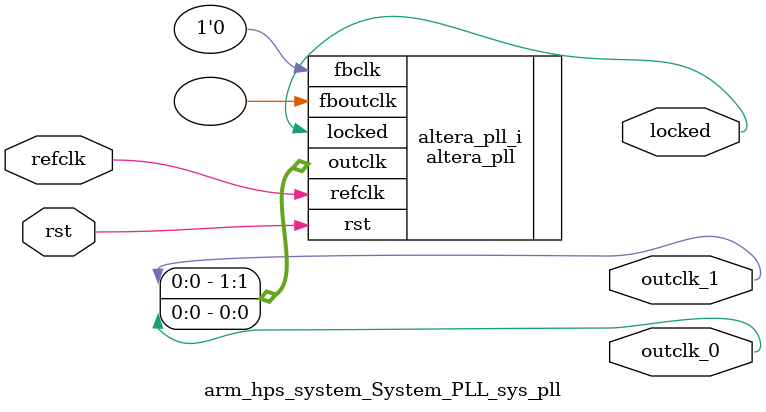
<source format=v>
`timescale 1ns/10ps
module  arm_hps_system_System_PLL_sys_pll(

	// interface 'refclk'
	input wire refclk,

	// interface 'reset'
	input wire rst,

	// interface 'outclk0'
	output wire outclk_0,

	// interface 'outclk1'
	output wire outclk_1,

	// interface 'locked'
	output wire locked
);

	altera_pll #(
		.fractional_vco_multiplier("false"),
		.reference_clock_frequency("50.0 MHz"),
		.operation_mode("direct"),
		.number_of_clocks(2),
		.output_clock_frequency0("50.000000 MHz"),
		.phase_shift0("0 ps"),
		.duty_cycle0(50),
		.output_clock_frequency1("50.000000 MHz"),
		.phase_shift1("-3000 ps"),
		.duty_cycle1(50),
		.output_clock_frequency2("0 MHz"),
		.phase_shift2("0 ps"),
		.duty_cycle2(50),
		.output_clock_frequency3("0 MHz"),
		.phase_shift3("0 ps"),
		.duty_cycle3(50),
		.output_clock_frequency4("0 MHz"),
		.phase_shift4("0 ps"),
		.duty_cycle4(50),
		.output_clock_frequency5("0 MHz"),
		.phase_shift5("0 ps"),
		.duty_cycle5(50),
		.output_clock_frequency6("0 MHz"),
		.phase_shift6("0 ps"),
		.duty_cycle6(50),
		.output_clock_frequency7("0 MHz"),
		.phase_shift7("0 ps"),
		.duty_cycle7(50),
		.output_clock_frequency8("0 MHz"),
		.phase_shift8("0 ps"),
		.duty_cycle8(50),
		.output_clock_frequency9("0 MHz"),
		.phase_shift9("0 ps"),
		.duty_cycle9(50),
		.output_clock_frequency10("0 MHz"),
		.phase_shift10("0 ps"),
		.duty_cycle10(50),
		.output_clock_frequency11("0 MHz"),
		.phase_shift11("0 ps"),
		.duty_cycle11(50),
		.output_clock_frequency12("0 MHz"),
		.phase_shift12("0 ps"),
		.duty_cycle12(50),
		.output_clock_frequency13("0 MHz"),
		.phase_shift13("0 ps"),
		.duty_cycle13(50),
		.output_clock_frequency14("0 MHz"),
		.phase_shift14("0 ps"),
		.duty_cycle14(50),
		.output_clock_frequency15("0 MHz"),
		.phase_shift15("0 ps"),
		.duty_cycle15(50),
		.output_clock_frequency16("0 MHz"),
		.phase_shift16("0 ps"),
		.duty_cycle16(50),
		.output_clock_frequency17("0 MHz"),
		.phase_shift17("0 ps"),
		.duty_cycle17(50),
		.pll_type("General"),
		.pll_subtype("General")
	) altera_pll_i (
		.rst	(rst),
		.outclk	({outclk_1, outclk_0}),
		.locked	(locked),
		.fboutclk	( ),
		.fbclk	(1'b0),
		.refclk	(refclk)
	);
endmodule


</source>
